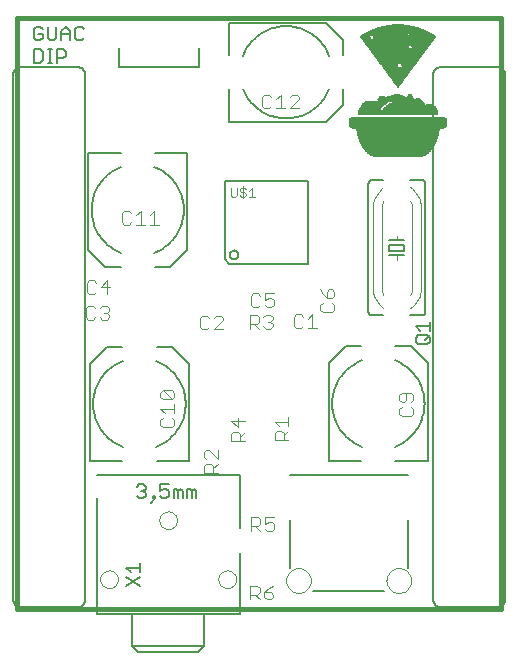
<source format=gto>
G75*
%MOIN*%
%OFA0B0*%
%FSLAX24Y24*%
%IPPOS*%
%LPD*%
%AMOC8*
5,1,8,0,0,1.08239X$1,22.5*
%
%ADD10C,0.0160*%
%ADD11C,0.0060*%
%ADD12C,0.0030*%
%ADD13C,0.0050*%
%ADD14C,0.0000*%
%ADD15C,0.0080*%
%ADD16C,0.0040*%
%ADD17C,0.0020*%
%ADD18R,0.1455X0.0013*%
%ADD19R,0.1573X0.0013*%
%ADD20R,0.1665X0.0013*%
%ADD21R,0.1731X0.0013*%
%ADD22R,0.1796X0.0013*%
%ADD23R,0.1849X0.0013*%
%ADD24R,0.1888X0.0013*%
%ADD25R,0.1927X0.0013*%
%ADD26R,0.1967X0.0013*%
%ADD27R,0.2006X0.0013*%
%ADD28R,0.2045X0.0013*%
%ADD29R,0.2071X0.0013*%
%ADD30R,0.2098X0.0013*%
%ADD31R,0.2137X0.0013*%
%ADD32R,0.2150X0.0013*%
%ADD33R,0.2176X0.0013*%
%ADD34R,0.2203X0.0013*%
%ADD35R,0.2229X0.0013*%
%ADD36R,0.2242X0.0013*%
%ADD37R,0.2268X0.0013*%
%ADD38R,0.2281X0.0013*%
%ADD39R,0.2307X0.0013*%
%ADD40R,0.2321X0.0013*%
%ADD41R,0.2334X0.0013*%
%ADD42R,0.2360X0.0013*%
%ADD43R,0.2373X0.0013*%
%ADD44R,0.2386X0.0013*%
%ADD45R,0.2399X0.0013*%
%ADD46R,0.2412X0.0013*%
%ADD47R,0.2439X0.0013*%
%ADD48R,0.2452X0.0013*%
%ADD49R,0.2465X0.0013*%
%ADD50R,0.2478X0.0013*%
%ADD51R,0.2491X0.0013*%
%ADD52R,0.2504X0.0013*%
%ADD53R,0.2517X0.0013*%
%ADD54R,0.2530X0.0013*%
%ADD55R,0.2543X0.0013*%
%ADD56R,0.2556X0.0013*%
%ADD57R,0.2570X0.0013*%
%ADD58R,0.2583X0.0013*%
%ADD59R,0.2596X0.0013*%
%ADD60R,0.2609X0.0013*%
%ADD61R,0.2622X0.0013*%
%ADD62R,0.2635X0.0013*%
%ADD63R,0.2648X0.0013*%
%ADD64R,0.2661X0.0013*%
%ADD65R,0.2674X0.0013*%
%ADD66R,0.2688X0.0013*%
%ADD67R,0.2701X0.0013*%
%ADD68R,0.2714X0.0013*%
%ADD69R,0.2727X0.0013*%
%ADD70R,0.2740X0.0013*%
%ADD71R,0.2753X0.0013*%
%ADD72R,0.2766X0.0013*%
%ADD73R,0.2779X0.0013*%
%ADD74R,0.2792X0.0013*%
%ADD75R,0.2806X0.0013*%
%ADD76R,0.3081X0.0013*%
%ADD77R,0.3146X0.0013*%
%ADD78R,0.3186X0.0013*%
%ADD79R,0.3225X0.0013*%
%ADD80R,0.3251X0.0013*%
%ADD81R,0.3264X0.0013*%
%ADD82R,0.3278X0.0013*%
%ADD83R,0.3238X0.0013*%
%ADD84R,0.3199X0.0013*%
%ADD85R,0.3160X0.0013*%
%ADD86R,0.3107X0.0013*%
%ADD87R,0.0774X0.0013*%
%ADD88R,0.0760X0.0013*%
%ADD89R,0.1822X0.0013*%
%ADD90R,0.0747X0.0013*%
%ADD91R,0.0734X0.0013*%
%ADD92R,0.1783X0.0013*%
%ADD93R,0.1770X0.0013*%
%ADD94R,0.1757X0.0013*%
%ADD95R,0.1704X0.0013*%
%ADD96R,0.1678X0.0013*%
%ADD97R,0.1639X0.0013*%
%ADD98R,0.1613X0.0013*%
%ADD99R,0.1586X0.0013*%
%ADD100R,0.1560X0.0013*%
%ADD101R,0.1508X0.0013*%
%ADD102R,0.1232X0.0013*%
%ADD103R,0.0184X0.0013*%
%ADD104R,0.1193X0.0013*%
%ADD105R,0.1180X0.0013*%
%ADD106R,0.1141X0.0013*%
%ADD107R,0.1101X0.0013*%
%ADD108R,0.1075X0.0013*%
%ADD109R,0.1036X0.0013*%
%ADD110R,0.1023X0.0013*%
%ADD111R,0.1009X0.0013*%
%ADD112R,0.0249X0.0013*%
%ADD113R,0.0446X0.0013*%
%ADD114R,0.1495X0.0013*%
%ADD115R,0.1481X0.0013*%
%ADD116R,0.1468X0.0013*%
%ADD117R,0.1442X0.0013*%
%ADD118R,0.1206X0.0013*%
%ADD119R,0.0197X0.0013*%
%ADD120R,0.0118X0.0013*%
%ADD121R,0.0052X0.0013*%
%ADD122R,0.1154X0.0013*%
%ADD123R,0.0210X0.0013*%
%ADD124R,0.0616X0.0013*%
%ADD125R,0.0144X0.0013*%
%ADD126R,0.0564X0.0013*%
%ADD127R,0.0026X0.0013*%
%ADD128R,0.0498X0.0013*%
%ADD129R,0.0170X0.0013*%
%ADD130R,0.0420X0.0013*%
%ADD131R,0.0341X0.0013*%
%ADD132R,0.0105X0.0013*%
%ADD133R,0.0066X0.0013*%
%ADD134R,0.0039X0.0013*%
%ADD135R,0.0013X0.0013*%
%ADD136R,0.0092X0.0013*%
%ADD137R,0.0223X0.0013*%
%ADD138R,0.0275X0.0013*%
%ADD139R,0.0302X0.0013*%
%ADD140R,0.0328X0.0013*%
%ADD141R,0.0354X0.0013*%
%ADD142R,0.0367X0.0013*%
%ADD143R,0.0380X0.0013*%
%ADD144R,0.0406X0.0013*%
%ADD145R,0.0433X0.0013*%
%ADD146R,0.0459X0.0013*%
%ADD147R,0.0485X0.0013*%
%ADD148R,0.0511X0.0013*%
%ADD149R,0.0538X0.0013*%
%ADD150R,0.0590X0.0013*%
%ADD151R,0.0642X0.0013*%
%ADD152R,0.0669X0.0013*%
%ADD153R,0.0695X0.0013*%
%ADD154R,0.0721X0.0013*%
%ADD155R,0.0800X0.0013*%
%ADD156R,0.0813X0.0013*%
%ADD157R,0.0826X0.0013*%
%ADD158R,0.0852X0.0013*%
%ADD159R,0.0878X0.0013*%
%ADD160R,0.0891X0.0013*%
%ADD161R,0.0905X0.0013*%
%ADD162R,0.0931X0.0013*%
%ADD163R,0.0957X0.0013*%
%ADD164R,0.0970X0.0013*%
%ADD165R,0.0983X0.0013*%
%ADD166R,0.0551X0.0013*%
%ADD167R,0.0524X0.0013*%
%ADD168R,0.0472X0.0013*%
%ADD169R,0.0629X0.0013*%
%ADD170R,0.1219X0.0013*%
%ADD171R,0.1245X0.0013*%
%ADD172R,0.1259X0.0013*%
%ADD173R,0.1272X0.0013*%
%ADD174R,0.1298X0.0013*%
%ADD175R,0.1324X0.0013*%
%ADD176R,0.1337X0.0013*%
%ADD177R,0.1350X0.0013*%
%ADD178R,0.1377X0.0013*%
%ADD179R,0.1403X0.0013*%
%ADD180R,0.1416X0.0013*%
%ADD181R,0.1429X0.0013*%
%ADD182R,0.1534X0.0013*%
%ADD183R,0.1547X0.0013*%
%ADD184R,0.1626X0.0013*%
%ADD185R,0.1652X0.0013*%
%ADD186R,0.1691X0.0013*%
%ADD187R,0.1744X0.0013*%
%ADD188R,0.1809X0.0013*%
%ADD189R,0.1862X0.0013*%
%ADD190R,0.1901X0.0013*%
%ADD191R,0.1940X0.0013*%
%ADD192R,0.1363X0.0013*%
%ADD193R,0.0577X0.0013*%
%ADD194R,0.0603X0.0013*%
%ADD195R,0.2111X0.0013*%
%ADD196R,0.2189X0.0013*%
%ADD197R,0.2216X0.0013*%
%ADD198R,0.2255X0.0013*%
%ADD199R,0.2294X0.0013*%
%ADD200R,0.1521X0.0013*%
%ADD201R,0.0839X0.0013*%
%ADD202R,0.2425X0.0013*%
%ADD203R,0.0315X0.0013*%
%ADD204R,0.2085X0.0013*%
%ADD205R,0.0787X0.0013*%
%ADD206R,0.2163X0.0013*%
%ADD207R,0.2124X0.0013*%
%ADD208R,0.2019X0.0013*%
%ADD209R,0.1953X0.0013*%
%ADD210R,0.1717X0.0013*%
%ADD211R,0.1599X0.0013*%
%ADD212R,0.1114X0.0013*%
D10*
X003629Y003256D02*
X019770Y003256D01*
X019770Y022941D01*
X003629Y022941D01*
X003629Y003256D01*
X005794Y003256D02*
X017605Y003256D01*
X017605Y022941D02*
X005794Y022941D01*
D11*
X003499Y021061D02*
X003499Y003561D01*
X003501Y003531D01*
X003506Y003501D01*
X003515Y003472D01*
X003528Y003445D01*
X003543Y003419D01*
X003562Y003395D01*
X003583Y003374D01*
X003607Y003355D01*
X003633Y003340D01*
X003660Y003327D01*
X003689Y003318D01*
X003719Y003313D01*
X003749Y003311D01*
X005649Y003311D01*
X005679Y003313D01*
X005709Y003318D01*
X005738Y003327D01*
X005765Y003340D01*
X005791Y003355D01*
X005815Y003374D01*
X005836Y003395D01*
X005855Y003419D01*
X005870Y003445D01*
X005883Y003472D01*
X005892Y003501D01*
X005897Y003531D01*
X005899Y003561D01*
X005899Y021061D01*
X005897Y021091D01*
X005892Y021121D01*
X005883Y021150D01*
X005870Y021177D01*
X005855Y021203D01*
X005836Y021227D01*
X005815Y021248D01*
X005791Y021267D01*
X005765Y021282D01*
X005738Y021295D01*
X005709Y021304D01*
X005679Y021309D01*
X005649Y021311D01*
X003749Y021311D01*
X003719Y021309D01*
X003689Y021304D01*
X003660Y021295D01*
X003633Y021282D01*
X003607Y021267D01*
X003583Y021248D01*
X003562Y021227D01*
X003543Y021203D01*
X003528Y021177D01*
X003515Y021150D01*
X003506Y021121D01*
X003501Y021091D01*
X003499Y021061D01*
X004183Y021461D02*
X004403Y021461D01*
X004477Y021534D01*
X004477Y021828D01*
X004403Y021901D01*
X004183Y021901D01*
X004183Y021461D01*
X004644Y021461D02*
X004790Y021461D01*
X004717Y021461D02*
X004717Y021901D01*
X004644Y021901D02*
X004790Y021901D01*
X004950Y021901D02*
X004950Y021461D01*
X004950Y021608D02*
X005171Y021608D01*
X005244Y021681D01*
X005244Y021828D01*
X005171Y021901D01*
X004950Y021901D01*
X004864Y022211D02*
X004717Y022211D01*
X004644Y022284D01*
X004644Y022651D01*
X004477Y022578D02*
X004403Y022651D01*
X004257Y022651D01*
X004183Y022578D01*
X004183Y022284D01*
X004257Y022211D01*
X004403Y022211D01*
X004477Y022284D01*
X004477Y022431D01*
X004330Y022431D01*
X004864Y022211D02*
X004937Y022284D01*
X004937Y022651D01*
X005104Y022504D02*
X005104Y022211D01*
X005104Y022431D02*
X005398Y022431D01*
X005398Y022504D02*
X005398Y022211D01*
X005564Y022284D02*
X005564Y022578D01*
X005638Y022651D01*
X005785Y022651D01*
X005858Y022578D01*
X005858Y022284D02*
X005785Y022211D01*
X005638Y022211D01*
X005564Y022284D01*
X005398Y022504D02*
X005251Y022651D01*
X005104Y022504D01*
X010554Y017521D02*
X010554Y014900D01*
X010693Y014761D01*
X013314Y014761D01*
X013314Y017521D01*
X010554Y017521D01*
X010713Y015061D02*
X010715Y015084D01*
X010721Y015107D01*
X010730Y015128D01*
X010743Y015148D01*
X010759Y015165D01*
X010777Y015179D01*
X010797Y015190D01*
X010819Y015198D01*
X010842Y015202D01*
X010866Y015202D01*
X010889Y015198D01*
X010911Y015190D01*
X010931Y015179D01*
X010949Y015165D01*
X010965Y015148D01*
X010978Y015128D01*
X010987Y015107D01*
X010993Y015084D01*
X010995Y015061D01*
X010993Y015038D01*
X010987Y015015D01*
X010978Y014994D01*
X010965Y014974D01*
X010949Y014957D01*
X010931Y014943D01*
X010911Y014932D01*
X010889Y014924D01*
X010866Y014920D01*
X010842Y014920D01*
X010819Y014924D01*
X010797Y014932D01*
X010777Y014943D01*
X010759Y014957D01*
X010743Y014974D01*
X010730Y014994D01*
X010721Y015015D01*
X010715Y015038D01*
X010713Y015061D01*
X015339Y013141D02*
X015339Y017441D01*
X015341Y017458D01*
X015345Y017475D01*
X015352Y017491D01*
X015362Y017505D01*
X015375Y017518D01*
X015389Y017528D01*
X015405Y017535D01*
X015422Y017539D01*
X015439Y017541D01*
X015839Y017541D01*
X016739Y017541D02*
X017139Y017541D01*
X017156Y017539D01*
X017173Y017535D01*
X017189Y017528D01*
X017203Y017518D01*
X017216Y017505D01*
X017226Y017491D01*
X017233Y017475D01*
X017237Y017458D01*
X017239Y017441D01*
X017239Y013141D01*
X017237Y013124D01*
X017233Y013107D01*
X017226Y013091D01*
X017216Y013077D01*
X017203Y013064D01*
X017189Y013054D01*
X017173Y013047D01*
X017156Y013043D01*
X017139Y013041D01*
X016739Y013041D01*
X015839Y013041D02*
X015439Y013041D01*
X015422Y013043D01*
X015405Y013047D01*
X015389Y013054D01*
X015375Y013064D01*
X015362Y013077D01*
X015352Y013091D01*
X015345Y013107D01*
X015341Y013124D01*
X015339Y013141D01*
X016039Y015041D02*
X016289Y015041D01*
X016539Y015041D01*
X016539Y015191D02*
X016539Y015391D01*
X016039Y015391D01*
X016039Y015191D01*
X016539Y015191D01*
X016539Y015541D02*
X016289Y015541D01*
X016039Y015541D01*
X017499Y021061D02*
X017499Y003561D01*
X017501Y003531D01*
X017506Y003501D01*
X017515Y003472D01*
X017528Y003445D01*
X017543Y003419D01*
X017562Y003395D01*
X017583Y003374D01*
X017607Y003355D01*
X017633Y003340D01*
X017660Y003327D01*
X017689Y003318D01*
X017719Y003313D01*
X017749Y003311D01*
X019649Y003311D01*
X019679Y003313D01*
X019709Y003318D01*
X019738Y003327D01*
X019765Y003340D01*
X019791Y003355D01*
X019815Y003374D01*
X019836Y003395D01*
X019855Y003419D01*
X019870Y003445D01*
X019883Y003472D01*
X019892Y003501D01*
X019897Y003531D01*
X019899Y003561D01*
X019899Y021061D01*
X019897Y021091D01*
X019892Y021121D01*
X019883Y021150D01*
X019870Y021177D01*
X019855Y021203D01*
X019836Y021227D01*
X019815Y021248D01*
X019791Y021267D01*
X019765Y021282D01*
X019738Y021295D01*
X019709Y021304D01*
X019679Y021309D01*
X019649Y021311D01*
X017749Y021311D01*
X017719Y021309D01*
X017689Y021304D01*
X017660Y021295D01*
X017633Y021282D01*
X017607Y021267D01*
X017583Y021248D01*
X017562Y021227D01*
X017543Y021203D01*
X017528Y021177D01*
X017515Y021150D01*
X017506Y021121D01*
X017501Y021091D01*
X017499Y021061D01*
X011042Y007708D02*
X011042Y005957D01*
X011042Y005107D02*
X011042Y003092D01*
X009863Y003092D01*
X007463Y003092D01*
X006284Y003092D01*
X006284Y006957D01*
X006284Y007707D02*
X006284Y007708D01*
X011042Y007708D01*
X009863Y003092D02*
X009863Y002010D01*
X007463Y002010D01*
X007663Y001810D01*
X009663Y001810D01*
X009863Y002010D01*
X007463Y002010D02*
X007463Y003092D01*
D12*
X010807Y016996D02*
X010904Y016996D01*
X010952Y017044D01*
X010952Y017286D01*
X011053Y017237D02*
X011102Y017286D01*
X011198Y017286D01*
X011247Y017237D01*
X011198Y017141D02*
X011247Y017092D01*
X011247Y017044D01*
X011198Y016996D01*
X011102Y016996D01*
X011053Y017044D01*
X011102Y017141D02*
X011053Y017189D01*
X011053Y017237D01*
X011102Y017141D02*
X011198Y017141D01*
X011348Y017189D02*
X011445Y017286D01*
X011445Y016996D01*
X011541Y016996D02*
X011348Y016996D01*
X011150Y016947D02*
X011150Y017334D01*
X010759Y017286D02*
X010759Y017044D01*
X010807Y016996D01*
D13*
X016923Y012676D02*
X017374Y012676D01*
X017374Y012526D02*
X017374Y012826D01*
X017073Y012526D02*
X016923Y012676D01*
X016998Y012366D02*
X017299Y012366D01*
X017374Y012291D01*
X017374Y012141D01*
X017299Y012066D01*
X016998Y012066D01*
X016923Y012141D01*
X016923Y012291D01*
X016998Y012366D01*
X017223Y012216D02*
X017374Y012366D01*
X009603Y007174D02*
X009603Y006949D01*
X009453Y006949D02*
X009453Y007174D01*
X009528Y007249D01*
X009603Y007174D01*
X009453Y007174D02*
X009378Y007249D01*
X009303Y007249D01*
X009303Y006949D01*
X009143Y006949D02*
X009143Y007174D01*
X009068Y007249D01*
X008992Y007174D01*
X008992Y006949D01*
X008842Y006949D02*
X008842Y007249D01*
X008917Y007249D01*
X008992Y007174D01*
X008682Y007174D02*
X008682Y007024D01*
X008607Y006949D01*
X008457Y006949D01*
X008382Y007024D01*
X008382Y007174D02*
X008532Y007249D01*
X008607Y007249D01*
X008682Y007174D01*
X008682Y007399D02*
X008382Y007399D01*
X008382Y007174D01*
X008225Y007024D02*
X008150Y007024D01*
X008150Y006949D01*
X008225Y006949D01*
X008225Y007024D01*
X008225Y006949D02*
X008075Y006798D01*
X007915Y007024D02*
X007840Y006949D01*
X007690Y006949D01*
X007615Y007024D01*
X007765Y007174D02*
X007840Y007174D01*
X007915Y007099D01*
X007915Y007024D01*
X007840Y007174D02*
X007915Y007249D01*
X007915Y007324D01*
X007840Y007399D01*
X007690Y007399D01*
X007615Y007324D01*
X007713Y004778D02*
X007713Y004477D01*
X007713Y004628D02*
X007263Y004628D01*
X007413Y004477D01*
X007263Y004317D02*
X007713Y004017D01*
X007713Y004317D02*
X007263Y004017D01*
D14*
X006399Y004239D02*
X006401Y004273D01*
X006407Y004307D01*
X006417Y004340D01*
X006430Y004371D01*
X006448Y004401D01*
X006468Y004429D01*
X006492Y004454D01*
X006518Y004476D01*
X006546Y004494D01*
X006577Y004510D01*
X006609Y004522D01*
X006643Y004530D01*
X006677Y004534D01*
X006711Y004534D01*
X006745Y004530D01*
X006779Y004522D01*
X006811Y004510D01*
X006841Y004494D01*
X006870Y004476D01*
X006896Y004454D01*
X006920Y004429D01*
X006940Y004401D01*
X006958Y004371D01*
X006971Y004340D01*
X006981Y004307D01*
X006987Y004273D01*
X006989Y004239D01*
X006987Y004205D01*
X006981Y004171D01*
X006971Y004138D01*
X006958Y004107D01*
X006940Y004077D01*
X006920Y004049D01*
X006896Y004024D01*
X006870Y004002D01*
X006842Y003984D01*
X006811Y003968D01*
X006779Y003956D01*
X006745Y003948D01*
X006711Y003944D01*
X006677Y003944D01*
X006643Y003948D01*
X006609Y003956D01*
X006577Y003968D01*
X006546Y003984D01*
X006518Y004002D01*
X006492Y004024D01*
X006468Y004049D01*
X006448Y004077D01*
X006430Y004107D01*
X006417Y004138D01*
X006407Y004171D01*
X006401Y004205D01*
X006399Y004239D01*
X008368Y006207D02*
X008370Y006241D01*
X008376Y006275D01*
X008386Y006308D01*
X008399Y006339D01*
X008417Y006369D01*
X008437Y006397D01*
X008461Y006422D01*
X008487Y006444D01*
X008515Y006462D01*
X008546Y006478D01*
X008578Y006490D01*
X008612Y006498D01*
X008646Y006502D01*
X008680Y006502D01*
X008714Y006498D01*
X008748Y006490D01*
X008780Y006478D01*
X008810Y006462D01*
X008839Y006444D01*
X008865Y006422D01*
X008889Y006397D01*
X008909Y006369D01*
X008927Y006339D01*
X008940Y006308D01*
X008950Y006275D01*
X008956Y006241D01*
X008958Y006207D01*
X008956Y006173D01*
X008950Y006139D01*
X008940Y006106D01*
X008927Y006075D01*
X008909Y006045D01*
X008889Y006017D01*
X008865Y005992D01*
X008839Y005970D01*
X008811Y005952D01*
X008780Y005936D01*
X008748Y005924D01*
X008714Y005916D01*
X008680Y005912D01*
X008646Y005912D01*
X008612Y005916D01*
X008578Y005924D01*
X008546Y005936D01*
X008515Y005952D01*
X008487Y005970D01*
X008461Y005992D01*
X008437Y006017D01*
X008417Y006045D01*
X008399Y006075D01*
X008386Y006106D01*
X008376Y006139D01*
X008370Y006173D01*
X008368Y006207D01*
X010336Y004239D02*
X010338Y004273D01*
X010344Y004307D01*
X010354Y004340D01*
X010367Y004371D01*
X010385Y004401D01*
X010405Y004429D01*
X010429Y004454D01*
X010455Y004476D01*
X010483Y004494D01*
X010514Y004510D01*
X010546Y004522D01*
X010580Y004530D01*
X010614Y004534D01*
X010648Y004534D01*
X010682Y004530D01*
X010716Y004522D01*
X010748Y004510D01*
X010778Y004494D01*
X010807Y004476D01*
X010833Y004454D01*
X010857Y004429D01*
X010877Y004401D01*
X010895Y004371D01*
X010908Y004340D01*
X010918Y004307D01*
X010924Y004273D01*
X010926Y004239D01*
X010924Y004205D01*
X010918Y004171D01*
X010908Y004138D01*
X010895Y004107D01*
X010877Y004077D01*
X010857Y004049D01*
X010833Y004024D01*
X010807Y004002D01*
X010779Y003984D01*
X010748Y003968D01*
X010716Y003956D01*
X010682Y003948D01*
X010648Y003944D01*
X010614Y003944D01*
X010580Y003948D01*
X010546Y003956D01*
X010514Y003968D01*
X010483Y003984D01*
X010455Y004002D01*
X010429Y004024D01*
X010405Y004049D01*
X010385Y004077D01*
X010367Y004107D01*
X010354Y004138D01*
X010344Y004171D01*
X010338Y004205D01*
X010336Y004239D01*
X012592Y004195D02*
X012594Y004235D01*
X012600Y004276D01*
X012610Y004315D01*
X012623Y004353D01*
X012641Y004390D01*
X012662Y004424D01*
X012686Y004457D01*
X012713Y004487D01*
X012743Y004514D01*
X012776Y004538D01*
X012810Y004559D01*
X012847Y004577D01*
X012885Y004590D01*
X012924Y004600D01*
X012965Y004606D01*
X013005Y004608D01*
X013045Y004606D01*
X013086Y004600D01*
X013125Y004590D01*
X013163Y004577D01*
X013200Y004559D01*
X013234Y004538D01*
X013267Y004514D01*
X013297Y004487D01*
X013324Y004457D01*
X013348Y004424D01*
X013369Y004390D01*
X013387Y004353D01*
X013400Y004315D01*
X013410Y004276D01*
X013416Y004235D01*
X013418Y004195D01*
X013416Y004155D01*
X013410Y004114D01*
X013400Y004075D01*
X013387Y004037D01*
X013369Y004000D01*
X013348Y003966D01*
X013324Y003933D01*
X013297Y003903D01*
X013267Y003876D01*
X013234Y003852D01*
X013200Y003831D01*
X013163Y003813D01*
X013125Y003800D01*
X013086Y003790D01*
X013045Y003784D01*
X013005Y003782D01*
X012965Y003784D01*
X012924Y003790D01*
X012885Y003800D01*
X012847Y003813D01*
X012810Y003831D01*
X012776Y003852D01*
X012743Y003876D01*
X012713Y003903D01*
X012686Y003933D01*
X012662Y003966D01*
X012641Y004000D01*
X012623Y004037D01*
X012610Y004075D01*
X012600Y004114D01*
X012594Y004155D01*
X012592Y004195D01*
X015939Y004195D02*
X015941Y004235D01*
X015947Y004276D01*
X015957Y004315D01*
X015970Y004353D01*
X015988Y004390D01*
X016009Y004424D01*
X016033Y004457D01*
X016060Y004487D01*
X016090Y004514D01*
X016123Y004538D01*
X016157Y004559D01*
X016194Y004577D01*
X016232Y004590D01*
X016271Y004600D01*
X016312Y004606D01*
X016352Y004608D01*
X016392Y004606D01*
X016433Y004600D01*
X016472Y004590D01*
X016510Y004577D01*
X016547Y004559D01*
X016581Y004538D01*
X016614Y004514D01*
X016644Y004487D01*
X016671Y004457D01*
X016695Y004424D01*
X016716Y004390D01*
X016734Y004353D01*
X016747Y004315D01*
X016757Y004276D01*
X016763Y004235D01*
X016765Y004195D01*
X016763Y004155D01*
X016757Y004114D01*
X016747Y004075D01*
X016734Y004037D01*
X016716Y004000D01*
X016695Y003966D01*
X016671Y003933D01*
X016644Y003903D01*
X016614Y003876D01*
X016581Y003852D01*
X016547Y003831D01*
X016510Y003813D01*
X016472Y003800D01*
X016433Y003790D01*
X016392Y003784D01*
X016352Y003782D01*
X016312Y003784D01*
X016271Y003790D01*
X016232Y003800D01*
X016194Y003813D01*
X016157Y003831D01*
X016123Y003852D01*
X016090Y003876D01*
X016060Y003903D01*
X016033Y003933D01*
X016009Y003966D01*
X015988Y004000D01*
X015970Y004037D01*
X015957Y004075D01*
X015947Y004114D01*
X015941Y004155D01*
X015939Y004195D01*
D15*
X015860Y003841D02*
X013497Y003841D01*
X012710Y004628D02*
X012710Y006203D01*
X012710Y007699D02*
X016647Y007699D01*
X016239Y008186D02*
X017322Y008186D01*
X017322Y011434D01*
X016751Y012005D01*
X016239Y012005D01*
X015098Y012005D02*
X014586Y012005D01*
X014015Y011434D01*
X014015Y008186D01*
X015098Y008186D01*
X016220Y008659D02*
X016292Y008689D01*
X016361Y008722D01*
X016429Y008758D01*
X016496Y008798D01*
X016560Y008841D01*
X016622Y008887D01*
X016681Y008937D01*
X016738Y008989D01*
X016792Y009044D01*
X016843Y009101D01*
X016892Y009162D01*
X016937Y009224D01*
X016979Y009289D01*
X017018Y009356D01*
X017054Y009424D01*
X017086Y009495D01*
X017114Y009566D01*
X017139Y009640D01*
X017160Y009714D01*
X017177Y009789D01*
X017191Y009865D01*
X017200Y009942D01*
X017206Y010019D01*
X017208Y010096D01*
X017206Y010173D01*
X017200Y010250D01*
X017191Y010327D01*
X017177Y010403D01*
X017160Y010478D01*
X017139Y010552D01*
X017114Y010626D01*
X017086Y010697D01*
X017054Y010768D01*
X017018Y010836D01*
X016979Y010903D01*
X016937Y010968D01*
X016892Y011030D01*
X016843Y011091D01*
X016792Y011148D01*
X016738Y011203D01*
X016681Y011255D01*
X016622Y011305D01*
X016560Y011351D01*
X016496Y011394D01*
X016429Y011434D01*
X016361Y011470D01*
X016292Y011503D01*
X016220Y011533D01*
X015118Y011533D02*
X015046Y011503D01*
X014977Y011470D01*
X014909Y011434D01*
X014842Y011394D01*
X014778Y011351D01*
X014716Y011305D01*
X014657Y011255D01*
X014600Y011203D01*
X014546Y011148D01*
X014495Y011091D01*
X014446Y011030D01*
X014401Y010968D01*
X014359Y010903D01*
X014320Y010836D01*
X014284Y010768D01*
X014252Y010697D01*
X014224Y010626D01*
X014199Y010552D01*
X014178Y010478D01*
X014161Y010403D01*
X014147Y010327D01*
X014138Y010250D01*
X014132Y010173D01*
X014130Y010096D01*
X014132Y010019D01*
X014138Y009942D01*
X014147Y009865D01*
X014161Y009789D01*
X014178Y009714D01*
X014199Y009640D01*
X014224Y009566D01*
X014252Y009495D01*
X014284Y009424D01*
X014320Y009356D01*
X014359Y009289D01*
X014401Y009224D01*
X014446Y009162D01*
X014495Y009101D01*
X014546Y009044D01*
X014600Y008989D01*
X014657Y008937D01*
X014716Y008887D01*
X014778Y008841D01*
X014842Y008798D01*
X014909Y008758D01*
X014977Y008722D01*
X015046Y008689D01*
X015118Y008659D01*
X016647Y006203D02*
X016647Y004628D01*
X009357Y008176D02*
X008274Y008176D01*
X009357Y008176D02*
X009357Y011424D01*
X008786Y011995D01*
X008274Y011995D01*
X007133Y011995D02*
X006621Y011995D01*
X006050Y011424D01*
X006050Y008176D01*
X007133Y008176D01*
X008255Y008649D02*
X008327Y008679D01*
X008396Y008712D01*
X008464Y008748D01*
X008531Y008788D01*
X008595Y008831D01*
X008657Y008877D01*
X008716Y008927D01*
X008773Y008979D01*
X008827Y009034D01*
X008878Y009091D01*
X008927Y009152D01*
X008972Y009214D01*
X009014Y009279D01*
X009053Y009346D01*
X009089Y009414D01*
X009121Y009485D01*
X009149Y009556D01*
X009174Y009630D01*
X009195Y009704D01*
X009212Y009779D01*
X009226Y009855D01*
X009235Y009932D01*
X009241Y010009D01*
X009243Y010086D01*
X009241Y010163D01*
X009235Y010240D01*
X009226Y010317D01*
X009212Y010393D01*
X009195Y010468D01*
X009174Y010542D01*
X009149Y010616D01*
X009121Y010687D01*
X009089Y010758D01*
X009053Y010826D01*
X009014Y010893D01*
X008972Y010958D01*
X008927Y011020D01*
X008878Y011081D01*
X008827Y011138D01*
X008773Y011193D01*
X008716Y011245D01*
X008657Y011295D01*
X008595Y011341D01*
X008531Y011384D01*
X008464Y011424D01*
X008396Y011460D01*
X008327Y011493D01*
X008255Y011523D01*
X007153Y011523D02*
X007081Y011493D01*
X007012Y011460D01*
X006944Y011424D01*
X006877Y011384D01*
X006813Y011341D01*
X006751Y011295D01*
X006692Y011245D01*
X006635Y011193D01*
X006581Y011138D01*
X006530Y011081D01*
X006481Y011020D01*
X006436Y010958D01*
X006394Y010893D01*
X006355Y010826D01*
X006319Y010758D01*
X006287Y010687D01*
X006259Y010616D01*
X006234Y010542D01*
X006213Y010468D01*
X006196Y010393D01*
X006182Y010317D01*
X006173Y010240D01*
X006167Y010163D01*
X006165Y010086D01*
X006167Y010009D01*
X006173Y009932D01*
X006182Y009855D01*
X006196Y009779D01*
X006213Y009704D01*
X006234Y009630D01*
X006259Y009556D01*
X006287Y009485D01*
X006319Y009414D01*
X006355Y009346D01*
X006394Y009279D01*
X006436Y009214D01*
X006481Y009152D01*
X006530Y009091D01*
X006581Y009034D01*
X006635Y008979D01*
X006692Y008927D01*
X006751Y008877D01*
X006813Y008831D01*
X006877Y008788D01*
X006944Y008748D01*
X007012Y008712D01*
X007081Y008679D01*
X007153Y008649D01*
X007078Y014646D02*
X006566Y014646D01*
X005995Y015217D01*
X005995Y018465D01*
X007078Y018465D01*
X008219Y018465D02*
X009302Y018465D01*
X009302Y015217D01*
X008731Y014646D01*
X008219Y014646D01*
X007098Y015119D02*
X007026Y015149D01*
X006957Y015182D01*
X006889Y015218D01*
X006822Y015258D01*
X006758Y015301D01*
X006696Y015347D01*
X006637Y015397D01*
X006580Y015449D01*
X006526Y015504D01*
X006475Y015561D01*
X006426Y015622D01*
X006381Y015684D01*
X006339Y015749D01*
X006300Y015816D01*
X006264Y015884D01*
X006232Y015955D01*
X006204Y016026D01*
X006179Y016100D01*
X006158Y016174D01*
X006141Y016249D01*
X006127Y016325D01*
X006118Y016402D01*
X006112Y016479D01*
X006110Y016556D01*
X006112Y016633D01*
X006118Y016710D01*
X006127Y016787D01*
X006141Y016863D01*
X006158Y016938D01*
X006179Y017012D01*
X006204Y017086D01*
X006232Y017157D01*
X006264Y017228D01*
X006300Y017296D01*
X006339Y017363D01*
X006381Y017428D01*
X006426Y017490D01*
X006475Y017551D01*
X006526Y017608D01*
X006580Y017663D01*
X006637Y017715D01*
X006696Y017765D01*
X006758Y017811D01*
X006822Y017854D01*
X006889Y017894D01*
X006957Y017930D01*
X007026Y017963D01*
X007098Y017993D01*
X008200Y017993D02*
X008272Y017963D01*
X008341Y017930D01*
X008409Y017894D01*
X008476Y017854D01*
X008540Y017811D01*
X008602Y017765D01*
X008661Y017715D01*
X008718Y017663D01*
X008772Y017608D01*
X008823Y017551D01*
X008872Y017490D01*
X008917Y017428D01*
X008959Y017363D01*
X008998Y017296D01*
X009034Y017228D01*
X009066Y017157D01*
X009094Y017086D01*
X009119Y017012D01*
X009140Y016938D01*
X009157Y016863D01*
X009171Y016787D01*
X009180Y016710D01*
X009186Y016633D01*
X009188Y016556D01*
X009186Y016479D01*
X009180Y016402D01*
X009171Y016325D01*
X009157Y016249D01*
X009140Y016174D01*
X009119Y016100D01*
X009094Y016026D01*
X009066Y015955D01*
X009034Y015884D01*
X008998Y015816D01*
X008959Y015749D01*
X008917Y015684D01*
X008872Y015622D01*
X008823Y015561D01*
X008772Y015504D01*
X008718Y015449D01*
X008661Y015397D01*
X008602Y015347D01*
X008540Y015301D01*
X008476Y015258D01*
X008409Y015218D01*
X008341Y015182D01*
X008272Y015149D01*
X008200Y015119D01*
X010684Y019487D02*
X010684Y020570D01*
X010684Y019487D02*
X013932Y019487D01*
X014503Y020058D01*
X014503Y020570D01*
X014503Y021711D02*
X014503Y022223D01*
X013932Y022794D01*
X010684Y022794D01*
X010684Y021711D01*
X009702Y021938D02*
X009702Y021308D01*
X007025Y021308D01*
X007025Y021938D01*
X007025Y022961D02*
X009702Y022961D01*
X011157Y020590D02*
X011187Y020518D01*
X011220Y020449D01*
X011256Y020381D01*
X011296Y020314D01*
X011339Y020250D01*
X011385Y020188D01*
X011435Y020129D01*
X011487Y020072D01*
X011542Y020018D01*
X011599Y019967D01*
X011660Y019918D01*
X011722Y019873D01*
X011787Y019831D01*
X011854Y019792D01*
X011922Y019756D01*
X011993Y019724D01*
X012064Y019696D01*
X012138Y019671D01*
X012212Y019650D01*
X012287Y019633D01*
X012363Y019619D01*
X012440Y019610D01*
X012517Y019604D01*
X012594Y019602D01*
X012671Y019604D01*
X012748Y019610D01*
X012825Y019619D01*
X012901Y019633D01*
X012976Y019650D01*
X013050Y019671D01*
X013124Y019696D01*
X013195Y019724D01*
X013266Y019756D01*
X013334Y019792D01*
X013401Y019831D01*
X013466Y019873D01*
X013528Y019918D01*
X013589Y019967D01*
X013646Y020018D01*
X013701Y020072D01*
X013753Y020129D01*
X013803Y020188D01*
X013849Y020250D01*
X013892Y020314D01*
X013932Y020381D01*
X013968Y020449D01*
X014001Y020518D01*
X014031Y020590D01*
X014031Y021692D02*
X014001Y021764D01*
X013968Y021833D01*
X013932Y021901D01*
X013892Y021968D01*
X013849Y022032D01*
X013803Y022094D01*
X013753Y022153D01*
X013701Y022210D01*
X013646Y022264D01*
X013589Y022315D01*
X013528Y022364D01*
X013466Y022409D01*
X013401Y022451D01*
X013334Y022490D01*
X013266Y022526D01*
X013195Y022558D01*
X013124Y022586D01*
X013050Y022611D01*
X012976Y022632D01*
X012901Y022649D01*
X012825Y022663D01*
X012748Y022672D01*
X012671Y022678D01*
X012594Y022680D01*
X012517Y022678D01*
X012440Y022672D01*
X012363Y022663D01*
X012287Y022649D01*
X012212Y022632D01*
X012138Y022611D01*
X012064Y022586D01*
X011993Y022558D01*
X011922Y022526D01*
X011854Y022490D01*
X011787Y022451D01*
X011722Y022409D01*
X011660Y022364D01*
X011599Y022315D01*
X011542Y022264D01*
X011487Y022210D01*
X011435Y022153D01*
X011385Y022094D01*
X011339Y022032D01*
X011296Y021968D01*
X011256Y021901D01*
X011220Y021833D01*
X011187Y021764D01*
X011157Y021692D01*
D16*
X011873Y020398D02*
X011796Y020321D01*
X011796Y020014D01*
X011873Y019937D01*
X012026Y019937D01*
X012103Y020014D01*
X012257Y019937D02*
X012563Y019937D01*
X012410Y019937D02*
X012410Y020398D01*
X012257Y020244D01*
X012103Y020321D02*
X012026Y020398D01*
X011873Y020398D01*
X012717Y020321D02*
X012794Y020398D01*
X012947Y020398D01*
X013024Y020321D01*
X013024Y020244D01*
X012717Y019937D01*
X013024Y019937D01*
X013733Y013908D02*
X013810Y013754D01*
X013963Y013601D01*
X013963Y013831D01*
X014040Y013908D01*
X014117Y013908D01*
X014194Y013831D01*
X014194Y013678D01*
X014117Y013601D01*
X013963Y013601D01*
X013810Y013448D02*
X013733Y013371D01*
X013733Y013217D01*
X013810Y013141D01*
X014117Y013141D01*
X014194Y013217D01*
X014194Y013371D01*
X014117Y013448D01*
X013462Y013071D02*
X013462Y012611D01*
X013309Y012611D02*
X013616Y012611D01*
X013309Y012918D02*
X013462Y013071D01*
X013156Y012994D02*
X013079Y013071D01*
X012925Y013071D01*
X012849Y012994D01*
X012849Y012687D01*
X012925Y012611D01*
X013079Y012611D01*
X013156Y012687D01*
X012146Y012672D02*
X012069Y012596D01*
X011916Y012596D01*
X011839Y012672D01*
X011686Y012596D02*
X011532Y012749D01*
X011609Y012749D02*
X011379Y012749D01*
X011379Y012596D02*
X011379Y013056D01*
X011609Y013056D01*
X011686Y012979D01*
X011686Y012826D01*
X011609Y012749D01*
X011839Y012979D02*
X011916Y013056D01*
X012069Y013056D01*
X012146Y012979D01*
X012146Y012903D01*
X012069Y012826D01*
X012146Y012749D01*
X012146Y012672D01*
X012069Y012826D02*
X011992Y012826D01*
X011951Y013311D02*
X011874Y013387D01*
X011951Y013311D02*
X012104Y013311D01*
X012181Y013387D01*
X012181Y013541D01*
X012104Y013618D01*
X012027Y013618D01*
X011874Y013541D01*
X011874Y013771D01*
X012181Y013771D01*
X011721Y013694D02*
X011644Y013771D01*
X011490Y013771D01*
X011414Y013694D01*
X011414Y013387D01*
X011490Y013311D01*
X011644Y013311D01*
X011721Y013387D01*
X010486Y012949D02*
X010409Y013026D01*
X010256Y013026D01*
X010179Y012949D01*
X010026Y012949D02*
X009949Y013026D01*
X009795Y013026D01*
X009719Y012949D01*
X009719Y012642D01*
X009795Y012566D01*
X009949Y012566D01*
X010026Y012642D01*
X010179Y012566D02*
X010486Y012873D01*
X010486Y012949D01*
X010486Y012566D02*
X010179Y012566D01*
X008790Y010541D02*
X008867Y010464D01*
X008867Y010311D01*
X008790Y010234D01*
X008483Y010541D01*
X008790Y010541D01*
X008483Y010541D02*
X008406Y010464D01*
X008406Y010311D01*
X008483Y010234D01*
X008790Y010234D01*
X008867Y010080D02*
X008867Y009774D01*
X008867Y009927D02*
X008406Y009927D01*
X008560Y009774D01*
X008483Y009620D02*
X008406Y009543D01*
X008406Y009390D01*
X008483Y009313D01*
X008790Y009313D01*
X008867Y009390D01*
X008867Y009543D01*
X008790Y009620D01*
X009863Y008476D02*
X009863Y008323D01*
X009940Y008246D01*
X009940Y008093D02*
X010093Y008093D01*
X010170Y008016D01*
X010170Y007786D01*
X010170Y007939D02*
X010324Y008093D01*
X010324Y008246D02*
X010017Y008553D01*
X009940Y008553D01*
X009863Y008476D01*
X009940Y008093D02*
X009863Y008016D01*
X009863Y007786D01*
X010324Y007786D01*
X010324Y008246D02*
X010324Y008553D01*
X010758Y008841D02*
X010758Y009071D01*
X010835Y009148D01*
X010988Y009148D01*
X011065Y009071D01*
X011065Y008841D01*
X011065Y008994D02*
X011219Y009148D01*
X011219Y008841D02*
X010758Y008841D01*
X010988Y009301D02*
X010988Y009608D01*
X010758Y009531D02*
X010988Y009301D01*
X011219Y009531D02*
X010758Y009531D01*
X012208Y009494D02*
X012669Y009494D01*
X012669Y009341D02*
X012669Y009648D01*
X012669Y009188D02*
X012515Y009034D01*
X012515Y009111D02*
X012515Y008881D01*
X012669Y008881D02*
X012208Y008881D01*
X012208Y009111D01*
X012285Y009188D01*
X012438Y009188D01*
X012515Y009111D01*
X012362Y009341D02*
X012208Y009494D01*
X012186Y006311D02*
X011879Y006311D01*
X011879Y006081D01*
X012032Y006158D01*
X012109Y006158D01*
X012186Y006081D01*
X012186Y005927D01*
X012109Y005851D01*
X011956Y005851D01*
X011879Y005927D01*
X011726Y005851D02*
X011572Y006004D01*
X011649Y006004D02*
X011419Y006004D01*
X011419Y005851D02*
X011419Y006311D01*
X011649Y006311D01*
X011726Y006234D01*
X011726Y006081D01*
X011649Y006004D01*
X011634Y004031D02*
X011404Y004031D01*
X011404Y003571D01*
X011404Y003724D02*
X011634Y003724D01*
X011711Y003801D01*
X011711Y003954D01*
X011634Y004031D01*
X011557Y003724D02*
X011711Y003571D01*
X011864Y003647D02*
X011864Y003801D01*
X012094Y003801D01*
X012171Y003724D01*
X012171Y003647D01*
X012094Y003571D01*
X011941Y003571D01*
X011864Y003647D01*
X011864Y003801D02*
X012017Y003954D01*
X012171Y004031D01*
X016443Y009679D02*
X016366Y009755D01*
X016366Y009909D01*
X016443Y009985D01*
X016443Y010139D02*
X016520Y010139D01*
X016596Y010216D01*
X016596Y010446D01*
X016443Y010446D02*
X016366Y010369D01*
X016366Y010216D01*
X016443Y010139D01*
X016443Y010446D02*
X016750Y010446D01*
X016827Y010369D01*
X016827Y010216D01*
X016750Y010139D01*
X016750Y009985D02*
X016827Y009909D01*
X016827Y009755D01*
X016750Y009679D01*
X016443Y009679D01*
X008358Y016064D02*
X008051Y016064D01*
X008204Y016064D02*
X008204Y016524D01*
X008051Y016371D01*
X007897Y016064D02*
X007590Y016064D01*
X007744Y016064D02*
X007744Y016524D01*
X007590Y016371D01*
X007437Y016447D02*
X007360Y016524D01*
X007207Y016524D01*
X007130Y016447D01*
X007130Y016140D01*
X007207Y016064D01*
X007360Y016064D01*
X007437Y016140D01*
X006638Y014206D02*
X006408Y013976D01*
X006715Y013976D01*
X006638Y013746D02*
X006638Y014206D01*
X006255Y014129D02*
X006178Y014206D01*
X006025Y014206D01*
X005948Y014129D01*
X005948Y013822D01*
X006025Y013746D01*
X006178Y013746D01*
X006255Y013822D01*
X006153Y013351D02*
X006000Y013351D01*
X005923Y013274D01*
X005923Y012967D01*
X006000Y012891D01*
X006153Y012891D01*
X006230Y012967D01*
X006383Y012967D02*
X006460Y012891D01*
X006613Y012891D01*
X006690Y012967D01*
X006690Y013044D01*
X006613Y013121D01*
X006537Y013121D01*
X006613Y013121D02*
X006690Y013198D01*
X006690Y013274D01*
X006613Y013351D01*
X006460Y013351D01*
X006383Y013274D01*
X006230Y013274D02*
X006153Y013351D01*
D17*
X015489Y013941D02*
X015489Y016641D01*
X015789Y016641D02*
X015789Y013941D01*
X015790Y013903D01*
X015795Y013866D01*
X015802Y013829D01*
X015811Y013793D01*
X015824Y013757D01*
X015839Y013723D01*
X016739Y013280D02*
X016784Y013312D01*
X016826Y013348D01*
X016866Y013387D01*
X016903Y013429D01*
X016937Y013472D01*
X016968Y013519D01*
X016996Y013567D01*
X017020Y013617D01*
X017041Y013668D01*
X017058Y013721D01*
X017072Y013775D01*
X017081Y013830D01*
X017087Y013885D01*
X017089Y013941D01*
X017089Y016641D01*
X016789Y016641D02*
X016789Y013941D01*
X016788Y013903D01*
X016783Y013866D01*
X016776Y013829D01*
X016767Y013793D01*
X016754Y013757D01*
X016739Y013723D01*
X015839Y013280D02*
X015794Y013312D01*
X015752Y013348D01*
X015712Y013387D01*
X015675Y013428D01*
X015641Y013472D01*
X015610Y013519D01*
X015582Y013567D01*
X015558Y013617D01*
X015537Y013668D01*
X015520Y013721D01*
X015506Y013775D01*
X015497Y013830D01*
X015491Y013885D01*
X015489Y013941D01*
X016289Y014891D02*
X016289Y015041D01*
X016289Y015541D02*
X016289Y015691D01*
X017089Y016641D02*
X017087Y016697D01*
X017081Y016752D01*
X017072Y016807D01*
X017058Y016861D01*
X017041Y016914D01*
X017020Y016965D01*
X016996Y017015D01*
X016968Y017063D01*
X016937Y017110D01*
X016903Y017154D01*
X016866Y017195D01*
X016826Y017234D01*
X016784Y017270D01*
X016739Y017302D01*
X015839Y017302D02*
X015794Y017270D01*
X015752Y017234D01*
X015712Y017195D01*
X015675Y017153D01*
X015641Y017110D01*
X015610Y017063D01*
X015582Y017015D01*
X015558Y016965D01*
X015537Y016914D01*
X015520Y016861D01*
X015506Y016807D01*
X015497Y016752D01*
X015491Y016697D01*
X015489Y016641D01*
X015789Y016641D02*
X015790Y016679D01*
X015795Y016716D01*
X015802Y016753D01*
X015811Y016789D01*
X015824Y016825D01*
X015839Y016859D01*
X016739Y016859D02*
X016754Y016825D01*
X016767Y016789D01*
X016776Y016753D01*
X016783Y016716D01*
X016788Y016679D01*
X016789Y016641D01*
D18*
X016322Y018299D03*
X016322Y021576D03*
X016322Y022586D03*
D19*
X016329Y021655D03*
X016316Y018312D03*
D20*
X016322Y018325D03*
X016322Y021720D03*
X016322Y022546D03*
D21*
X016329Y021760D03*
X016722Y019937D03*
X016316Y018338D03*
D22*
X016322Y018351D03*
X016729Y019885D03*
X016322Y022520D03*
D23*
X016322Y022507D03*
X016322Y021838D03*
X016716Y019846D03*
X016322Y018364D03*
D24*
X016316Y018377D03*
X016329Y021865D03*
D25*
X016322Y021891D03*
X016322Y018390D03*
D26*
X016316Y018404D03*
D27*
X016322Y018417D03*
D28*
X016316Y018430D03*
D29*
X016316Y018443D03*
X016512Y022245D03*
X016526Y022258D03*
X016539Y022271D03*
X016539Y022284D03*
X016329Y022455D03*
D30*
X016526Y022337D03*
X016539Y022324D03*
X016552Y022310D03*
X016329Y022009D03*
X016316Y018456D03*
D31*
X016322Y018469D03*
X016322Y022035D03*
D32*
X016329Y022048D03*
X016316Y018482D03*
D33*
X016316Y018495D03*
X016329Y022061D03*
D34*
X016316Y018508D03*
D35*
X016316Y018522D03*
X016329Y022101D03*
D36*
X016322Y018535D03*
D37*
X016322Y018548D03*
X016322Y022127D03*
X016322Y022402D03*
D38*
X016316Y018561D03*
D39*
X016316Y018574D03*
X016329Y022153D03*
D40*
X016322Y018587D03*
D41*
X016316Y018600D03*
X016329Y022166D03*
D42*
X016316Y018613D03*
D43*
X016322Y018626D03*
D44*
X016316Y018640D03*
D45*
X016322Y018653D03*
D46*
X016316Y018666D03*
D47*
X016316Y018679D03*
D48*
X016322Y018692D03*
D49*
X016316Y018705D03*
D50*
X016322Y018718D03*
D51*
X016316Y018731D03*
D52*
X016322Y018744D03*
D53*
X016316Y018758D03*
X016316Y018771D03*
D54*
X016322Y018784D03*
D55*
X016316Y018797D03*
D56*
X016322Y018810D03*
D57*
X016316Y018823D03*
X016316Y018836D03*
D58*
X016322Y018849D03*
D59*
X016316Y018862D03*
D60*
X016322Y018876D03*
X016322Y018889D03*
D61*
X016316Y018902D03*
D62*
X016322Y018915D03*
X016322Y018928D03*
D63*
X016316Y018941D03*
X016316Y018954D03*
X016329Y019833D03*
D64*
X016322Y019819D03*
X016322Y019806D03*
X016322Y018967D03*
D65*
X016316Y018980D03*
X016316Y018994D03*
X016329Y019780D03*
X016329Y019793D03*
D66*
X016322Y019767D03*
X016322Y019754D03*
X016322Y019741D03*
X016322Y019728D03*
X016322Y019007D03*
D67*
X016316Y019020D03*
X016316Y019033D03*
D68*
X016322Y019046D03*
X016322Y019059D03*
D69*
X016316Y019072D03*
X016316Y019085D03*
D70*
X016322Y019098D03*
X016322Y019112D03*
D71*
X016316Y019125D03*
X016316Y019138D03*
X016316Y019151D03*
D72*
X016322Y019164D03*
X016322Y019177D03*
D73*
X016316Y019190D03*
X016316Y019203D03*
D74*
X016322Y019216D03*
X016322Y019230D03*
D75*
X016316Y019243D03*
D76*
X016322Y019256D03*
D77*
X016329Y019269D03*
D78*
X016322Y019282D03*
D79*
X016329Y019295D03*
X016329Y019308D03*
X016329Y019584D03*
D80*
X016329Y019557D03*
X016329Y019321D03*
D81*
X016322Y019334D03*
X016322Y019544D03*
D82*
X016329Y019531D03*
X016329Y019518D03*
X016329Y019505D03*
X016329Y019492D03*
X016329Y019479D03*
X016329Y019466D03*
X016329Y019452D03*
X016329Y019439D03*
X016329Y019426D03*
X016329Y019413D03*
X016329Y019400D03*
X016329Y019387D03*
X016329Y019374D03*
X016329Y019361D03*
X016329Y019348D03*
D83*
X016322Y019570D03*
D84*
X016329Y019597D03*
D85*
X016322Y019610D03*
D86*
X016322Y019623D03*
D87*
X015628Y020134D03*
X015601Y020121D03*
X015588Y020108D03*
X015562Y020095D03*
X015549Y020082D03*
X015536Y020069D03*
X015510Y020055D03*
X015392Y019846D03*
X016322Y021117D03*
D88*
X015660Y020147D03*
X015490Y020042D03*
X015385Y019859D03*
D89*
X016729Y019859D03*
X016729Y019872D03*
X016322Y021825D03*
D90*
X016322Y021104D03*
X015483Y020029D03*
X015470Y020016D03*
X015457Y020003D03*
X015444Y019990D03*
X015444Y019977D03*
X015431Y019964D03*
X015418Y019937D03*
X015405Y019924D03*
X015405Y019911D03*
X015392Y019885D03*
X015392Y019872D03*
D91*
X015398Y019898D03*
X015424Y019951D03*
X016329Y021091D03*
D92*
X016329Y021799D03*
X016722Y019898D03*
D93*
X016729Y019911D03*
X016322Y021786D03*
D94*
X016722Y019924D03*
D95*
X016722Y019951D03*
X016329Y021747D03*
D96*
X016735Y019964D03*
D97*
X016742Y019977D03*
D98*
X016729Y019990D03*
X016322Y021681D03*
D99*
X016322Y021668D03*
X016729Y020003D03*
D100*
X016729Y020016D03*
X015890Y022350D03*
D101*
X015903Y022376D03*
X016322Y021616D03*
X016742Y022179D03*
X016755Y022192D03*
X016729Y020029D03*
D102*
X016604Y020042D03*
D103*
X017352Y020042D03*
D104*
X016611Y020055D03*
D105*
X016617Y020069D03*
X016250Y020239D03*
X016250Y020252D03*
X016250Y020265D03*
D106*
X016257Y020291D03*
X016624Y020082D03*
D107*
X016630Y020095D03*
D108*
X016644Y020108D03*
D109*
X016650Y020121D03*
X016624Y020160D03*
X016322Y022651D03*
D110*
X016644Y020134D03*
D111*
X016637Y020147D03*
X016322Y021275D03*
D112*
X016322Y020763D03*
X015457Y020160D03*
D113*
X015844Y020160D03*
X016670Y021353D03*
X016670Y021366D03*
D114*
X016329Y021602D03*
X015923Y022389D03*
X016381Y020173D03*
D115*
X016375Y020187D03*
X016322Y021589D03*
D116*
X016368Y020200D03*
D117*
X016368Y020213D03*
D118*
X016250Y020226D03*
D119*
X016322Y020724D03*
X016716Y020318D03*
X016978Y020226D03*
D120*
X016991Y020239D03*
X016729Y020357D03*
X016322Y020672D03*
D121*
X016998Y020252D03*
D122*
X016250Y020278D03*
D123*
X016303Y020370D03*
X016709Y020305D03*
X015791Y020305D03*
D124*
X016270Y020305D03*
X016322Y021013D03*
D125*
X016322Y020698D03*
X016322Y020685D03*
X016729Y020344D03*
X015772Y020318D03*
D126*
X016270Y020318D03*
X016322Y020973D03*
X016034Y021366D03*
X017070Y021970D03*
D127*
X015752Y020331D03*
D128*
X016276Y020331D03*
D129*
X016322Y020711D03*
X016716Y020331D03*
D130*
X016290Y020344D03*
X016644Y021301D03*
X016644Y021314D03*
X016657Y021327D03*
D131*
X016290Y020357D03*
X015228Y022310D03*
X015254Y022337D03*
D132*
X016735Y020370D03*
D133*
X016742Y020383D03*
X016322Y020632D03*
X016322Y020645D03*
D134*
X016322Y020619D03*
X016742Y020396D03*
D135*
X016322Y020606D03*
D136*
X016322Y020659D03*
D137*
X016322Y020737D03*
X016322Y020750D03*
D138*
X016322Y020777D03*
D139*
X016322Y020790D03*
X016322Y020803D03*
D140*
X016322Y020816D03*
X015234Y022284D03*
X015234Y022297D03*
D141*
X015234Y022324D03*
X016322Y020829D03*
D142*
X016329Y020842D03*
D143*
X016322Y020855D03*
D144*
X016322Y020868D03*
D145*
X016322Y020881D03*
X016322Y020895D03*
X016624Y021288D03*
X016663Y021340D03*
X016322Y022704D03*
D146*
X016322Y020908D03*
D147*
X016322Y020921D03*
X016676Y021393D03*
D148*
X016322Y020947D03*
X016322Y020934D03*
D149*
X016322Y020960D03*
X016060Y021314D03*
X016047Y021327D03*
X017043Y021930D03*
X017057Y021943D03*
D150*
X016322Y020999D03*
X016322Y020986D03*
X016034Y021380D03*
X016034Y021393D03*
D151*
X016322Y021026D03*
X016322Y022691D03*
D152*
X016322Y021052D03*
X016322Y021039D03*
D153*
X016322Y021065D03*
D154*
X016322Y021078D03*
D155*
X016322Y021131D03*
X015549Y022192D03*
X017109Y022376D03*
D156*
X017116Y022363D03*
X016329Y021144D03*
X015555Y022179D03*
X015542Y022206D03*
D157*
X016322Y021157D03*
D158*
X016322Y021170D03*
X017122Y022350D03*
D159*
X016322Y021183D03*
D160*
X016329Y021196D03*
D161*
X016322Y021209D03*
X016322Y022664D03*
D162*
X016322Y021222D03*
D163*
X016322Y021235D03*
D164*
X016329Y021249D03*
D165*
X016322Y021262D03*
D166*
X016080Y021288D03*
X016041Y021340D03*
X016041Y021353D03*
X017037Y021917D03*
X017063Y021956D03*
D167*
X016670Y021406D03*
X016067Y021301D03*
D168*
X016670Y021380D03*
D169*
X016041Y021406D03*
D170*
X016322Y021419D03*
X016322Y022625D03*
D171*
X016322Y021432D03*
D172*
X016329Y021445D03*
D173*
X016322Y021458D03*
D174*
X016322Y021471D03*
X016322Y022612D03*
D175*
X016322Y021484D03*
D176*
X016329Y021498D03*
D177*
X016322Y021511D03*
X016008Y021943D03*
D178*
X015995Y021970D03*
X016322Y021524D03*
X016322Y022599D03*
D179*
X015995Y021983D03*
X016322Y021537D03*
D180*
X016329Y021550D03*
X016001Y021996D03*
D181*
X016322Y021563D03*
D182*
X016322Y021629D03*
X015890Y022363D03*
X016322Y022573D03*
D183*
X016762Y022219D03*
X016329Y021642D03*
D184*
X016329Y021694D03*
D185*
X016329Y021707D03*
D186*
X016322Y021734D03*
D187*
X016322Y021773D03*
D188*
X016329Y021812D03*
D189*
X016329Y021852D03*
D190*
X016322Y021878D03*
X016322Y022494D03*
D191*
X016329Y021904D03*
D192*
X016027Y021917D03*
X016014Y021930D03*
X016001Y021956D03*
D193*
X017063Y021983D03*
D194*
X017063Y021996D03*
D195*
X016322Y022022D03*
D196*
X016322Y022074D03*
D197*
X016322Y022088D03*
X016322Y022415D03*
D198*
X016329Y022114D03*
D199*
X016322Y022140D03*
D200*
X016762Y022206D03*
D201*
X015542Y022219D03*
D202*
X016322Y022232D03*
D203*
X015267Y022245D03*
X015254Y022258D03*
X015241Y022271D03*
D204*
X016545Y022297D03*
D205*
X016316Y022678D03*
X017089Y022389D03*
D206*
X016322Y022428D03*
D207*
X016329Y022442D03*
D208*
X016329Y022468D03*
D209*
X016322Y022481D03*
D210*
X016322Y022533D03*
D211*
X016329Y022560D03*
D212*
X016322Y022638D03*
M02*

</source>
